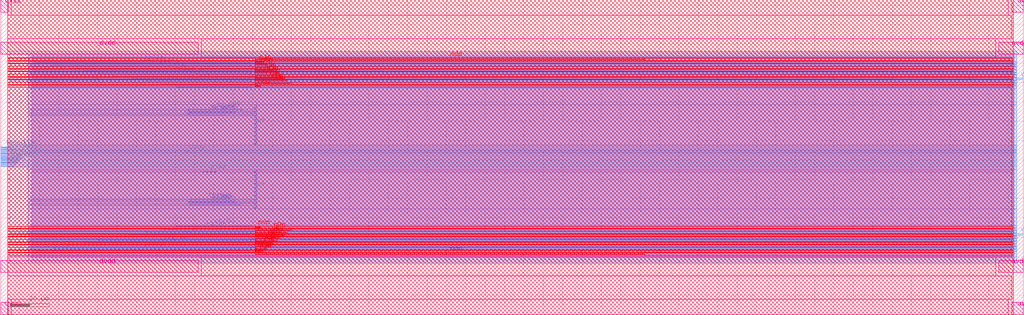
<source format=lef>
VERSION 5.7 ;
  NOWIREEXTENSIONATPIN ON ;
  DIVIDERCHAR "/" ;
  BUSBITCHARS "[]" ;
MACRO sar_10b
  CLASS BLOCK ;
  FOREIGN sar_10b ;
  ORIGIN 0.000 0.000 ;
  SIZE 527.820 BY 162.830 ;
  PIN comp
    PORT
      LAYER met2 ;
        RECT 96.555 84.215 96.775 84.615 ;
    END
  END comp
  PIN vn
    PORT
      LAYER met2 ;
        RECT 131.355 54.955 131.855 74.905 ;
    END
  END vn
  PIN vp
    PORT
      LAYER met2 ;
        RECT 131.355 87.925 131.855 108.395 ;
    END
  END vp
  PIN ctl1p
    PORT
      LAYER met2 ;
        RECT 19.200 129.960 129.020 130.360 ;
    END
  END ctl1p
  PIN ctl0p
    PORT
      LAYER met2 ;
        RECT 90.960 117.540 129.020 117.940 ;
    END
  END ctl0p
  PIN ctl9p
    PORT
      LAYER met2 ;
        RECT 83.140 118.920 129.020 119.320 ;
    END
  END ctl9p
  PIN ctl8p
    PORT
      LAYER met2 ;
        RECT 74.860 120.300 129.020 120.700 ;
    END
  END ctl8p
  PIN ctl7p
    PORT
      LAYER met2 ;
        RECT 67.040 121.680 129.020 122.080 ;
    END
  END ctl7p
  PIN ctl6p
    PORT
      LAYER met2 ;
        RECT 59.220 123.060 129.020 123.460 ;
    END
  END ctl6p
  PIN ctl5p
    PORT
      LAYER met2 ;
        RECT 50.940 124.440 129.020 124.840 ;
    END
  END ctl5p
  PIN ctl4p
    PORT
      LAYER met2 ;
        RECT 43.120 125.820 129.020 126.220 ;
    END
  END ctl4p
  PIN ctl3p
    PORT
      LAYER met2 ;
        RECT 34.840 127.200 129.020 127.600 ;
    END
  END ctl3p
  PIN ctl2p
    PORT
      LAYER met2 ;
        RECT 27.020 128.580 129.020 128.980 ;
    END
  END ctl2p
  PIN ctl0n
    PORT
      LAYER met2 ;
        RECT 90.960 45.410 129.020 45.810 ;
    END
  END ctl0n
  PIN ctl1n
    PORT
      LAYER met2 ;
        RECT 19.200 32.990 129.020 33.390 ;
    END
  END ctl1n
  PIN ctl2n
    PORT
      LAYER met2 ;
        RECT 27.020 34.370 129.020 34.770 ;
    END
  END ctl2n
  PIN ctl3n
    PORT
      LAYER met2 ;
        RECT 34.840 35.750 129.020 36.150 ;
    END
  END ctl3n
  PIN ctl4n
    PORT
      LAYER met2 ;
        RECT 43.120 37.130 129.020 37.530 ;
    END
  END ctl4n
  PIN ctl5n
    PORT
      LAYER met2 ;
        RECT 50.940 38.510 129.020 38.910 ;
    END
  END ctl5n
  PIN ctl6n
    PORT
      LAYER met2 ;
        RECT 59.220 39.890 129.020 40.290 ;
    END
  END ctl6n
  PIN ctl7n
    PORT
      LAYER met2 ;
        RECT 67.040 41.270 129.020 41.670 ;
    END
  END ctl7n
  PIN ctl8n
    PORT
      LAYER met2 ;
        RECT 74.860 42.650 129.020 43.050 ;
    END
  END ctl8n
  PIN ctl9n
    PORT
      LAYER met2 ;
        RECT 83.140 44.030 129.020 44.430 ;
    END
  END ctl9n
  PIN trimb3
    PORT
      LAYER met2 ;
        RECT 97.350 105.675 124.495 105.975 ;
    END
  END trimb3
  PIN trimb2
    PORT
      LAYER met2 ;
        RECT 96.650 105.075 121.770 105.375 ;
    END
  END trimb2
  PIN trimb0
    PORT
      LAYER met2 ;
        RECT 96.650 104.475 120.390 104.775 ;
    END
  END trimb0
  PIN trimb1
    PORT
      LAYER met2 ;
        RECT 97.350 103.875 118.880 104.175 ;
    END
  END trimb1
  PIN trimb4
    PORT
      LAYER met2 ;
        RECT 98.050 103.275 115.730 103.575 ;
    END
  END trimb4
  PIN trim4
    PORT
      LAYER met2 ;
        RECT 98.050 59.255 115.730 59.555 ;
    END
  END trim4
  PIN trim1
    PORT
      LAYER met2 ;
        RECT 97.350 58.655 118.880 58.955 ;
    END
  END trim1
  PIN trim0
    PORT
      LAYER met2 ;
        RECT 96.650 58.055 120.390 58.355 ;
    END
  END trim0
  PIN trim2
    PORT
      LAYER met2 ;
        RECT 96.650 57.455 121.770 57.755 ;
    END
  END trim2
  PIN trim3
    PORT
      LAYER met2 ;
        RECT 97.350 56.855 124.495 57.155 ;
    END
  END trim3
  PIN clkc
    PORT
      LAYER met1 ;
        RECT 104.395 73.715 111.900 74.015 ;
    END
  END clkc
  PIN n0n
    PORT
      LAYER met4 ;
        RECT 131.675 44.955 133.580 45.355 ;
    END
  END n0n
  PIN n9n
    PORT
      LAYER met4 ;
        RECT 131.675 43.575 149.420 43.975 ;
    END
  END n9n
  PIN n8n
    PORT
      LAYER met4 ;
        RECT 131.675 42.195 147.620 42.595 ;
    END
  END n8n
  PIN n7n
    PORT
      LAYER met4 ;
        RECT 131.675 40.815 145.820 41.215 ;
    END
  END n7n
  PIN n6n
    PORT
      LAYER met4 ;
        RECT 131.675 39.435 144.020 39.835 ;
    END
  END n6n
  PIN n5n
    PORT
      LAYER met4 ;
        RECT 131.675 38.055 142.220 38.455 ;
    END
  END n5n
  PIN n4n
    PORT
      LAYER met4 ;
        RECT 131.675 36.675 140.420 37.075 ;
    END
  END n4n
  PIN n3n
    PORT
      LAYER met4 ;
        RECT 131.675 35.295 138.620 35.695 ;
    END
  END n3n
  PIN n2n
    PORT
      LAYER met4 ;
        RECT 131.675 33.915 136.820 34.315 ;
    END
  END n2n
  PIN n1n
    PORT
      LAYER met4 ;
        RECT 131.675 32.535 135.020 32.935 ;
    END
  END n1n
  PIN ndn
    PORT
      LAYER met4 ;
        RECT 131.675 31.155 331.820 31.555 ;
    END
  END ndn
  PIN n0p
    PORT
      LAYER met4 ;
        RECT 131.675 117.995 133.580 118.395 ;
    END
  END n0p
  PIN n9p
    PORT
      LAYER met4 ;
        RECT 131.675 119.375 149.420 119.775 ;
    END
  END n9p
  PIN n8p
    PORT
      LAYER met4 ;
        RECT 131.675 120.755 147.620 121.155 ;
    END
  END n8p
  PIN n7p
    PORT
      LAYER met4 ;
        RECT 131.675 122.135 145.820 122.535 ;
    END
  END n7p
  PIN n6p
    PORT
      LAYER met4 ;
        RECT 131.675 123.515 144.020 123.915 ;
    END
  END n6p
  PIN n5p
    PORT
      LAYER met4 ;
        RECT 131.675 124.895 142.220 125.295 ;
    END
  END n5p
  PIN n4p
    PORT
      LAYER met4 ;
        RECT 131.675 126.275 140.420 126.675 ;
    END
  END n4p
  PIN n3p
    PORT
      LAYER met4 ;
        RECT 131.675 127.655 138.620 128.055 ;
    END
  END n3p
  PIN n2p
    PORT
      LAYER met4 ;
        RECT 131.675 129.035 136.820 129.435 ;
    END
  END n2p
  PIN n1p
    PORT
      LAYER met4 ;
        RECT 131.675 130.415 135.020 130.815 ;
    END
  END n1p
  PIN ndp
    PORT
      LAYER met4 ;
        RECT 131.675 131.795 331.820 132.195 ;
    END
  END ndp
  PIN result8
    PORT
      LAYER met3 ;
        RECT 0.000 85.765 5.735 86.065 ;
    END
  END result8
  PIN result9
    PORT
      LAYER met3 ;
        RECT 0.000 86.465 5.035 86.765 ;
    END
  END result9
  PIN result7
    PORT
      LAYER met3 ;
        RECT 0.000 85.065 6.435 85.365 ;
    END
  END result7
  PIN result6
    PORT
      LAYER met3 ;
        RECT 0.000 84.365 7.135 84.665 ;
    END
  END result6
  PIN result5
    PORT
      LAYER met3 ;
        RECT 0.000 83.665 7.835 83.965 ;
    END
  END result5
  PIN result4
    PORT
      LAYER met3 ;
        RECT 0.000 82.965 8.535 83.265 ;
    END
  END result4
  PIN rstn
    PORT
      LAYER met3 ;
        RECT 0.000 76.665 6.435 76.965 ;
    END
  END rstn
  PIN result3
    PORT
      LAYER met3 ;
        RECT 0.000 82.265 9.235 82.565 ;
    END
  END result3
  PIN result2
    PORT
      LAYER met3 ;
        RECT 0.000 81.565 9.935 81.865 ;
    END
  END result2
  PIN result1
    PORT
      LAYER met3 ;
        RECT 0.000 80.865 11.675 81.165 ;
    END
  END result1
  PIN result0
    PORT
      LAYER met3 ;
        RECT 0.000 80.165 10.635 80.465 ;
    END
  END result0
  PIN valid
    PORT
      LAYER met3 ;
        RECT 0.000 79.465 9.235 79.765 ;
    END
  END valid
  PIN cal
    PORT
      LAYER met3 ;
        RECT 0.000 78.765 8.535 79.065 ;
    END
  END cal
  PIN en
    PORT
      LAYER met3 ;
        RECT 0.000 78.065 7.835 78.365 ;
    END
  END en
  PIN clk
    PORT
      LAYER met3 ;
        RECT 0.000 77.365 7.135 77.665 ;
    END
  END clk
  PIN vinp
    PORT
      LAYER met3 ;
        RECT 524.330 121.475 527.820 122.275 ;
    END
  END vinp
  PIN vinn
    PORT
      LAYER met3 ;
        RECT 524.330 41.075 527.820 41.875 ;
    END
  END vinn
  PIN avdd
    DIRECTION INPUT ;
    USE POWER ;
    PORT
      LAYER met5 ;
        RECT 515.180 21.840 527.820 28.240 ;
    END
    PORT
      LAYER met5 ;
        RECT 515.180 134.590 527.820 140.990 ;
    END
  END avdd
  PIN avss
    DIRECTION INPUT ;
    USE GROUND ;
    PORT
      LAYER met5 ;
        RECT 521.670 0.000 527.820 6.400 ;
    END
    PORT
      LAYER met5 ;
        RECT 521.670 156.430 527.820 162.830 ;
    END
  END avss
  PIN dvdd
    DIRECTION INPUT ;
    USE POWER ;
    PORT
      LAYER met5 ;
        RECT 0.000 21.840 101.810 28.240 ;
    END
    PORT
      LAYER met5 ;
        RECT 0.000 134.590 101.810 140.990 ;
    END
  END dvdd
  PIN dvss
    DIRECTION INPUT ;
    USE GROUND ;
    PORT
      LAYER met5 ;
        RECT 0.000 0.000 3.890 6.400 ;
    END
    PORT
      LAYER met5 ;
        RECT 0.000 156.430 3.890 162.830 ;
    END
  END dvss
  OBS
      LAYER li1 ;
        RECT 15.890 29.740 522.105 133.610 ;
      LAYER met1 ;
        RECT 15.890 74.295 522.940 136.190 ;
        RECT 15.890 73.435 104.115 74.295 ;
        RECT 112.180 73.435 522.940 74.295 ;
        RECT 15.890 26.640 522.940 73.435 ;
      LAYER met2 ;
        RECT 14.220 130.640 524.390 136.190 ;
        RECT 14.220 129.680 18.920 130.640 ;
        RECT 129.300 129.680 524.390 130.640 ;
        RECT 14.220 129.260 524.390 129.680 ;
        RECT 14.220 128.300 26.740 129.260 ;
        RECT 129.300 128.300 524.390 129.260 ;
        RECT 14.220 127.880 524.390 128.300 ;
        RECT 14.220 126.920 34.560 127.880 ;
        RECT 129.300 126.920 524.390 127.880 ;
        RECT 14.220 126.500 524.390 126.920 ;
        RECT 14.220 125.540 42.840 126.500 ;
        RECT 129.300 125.540 524.390 126.500 ;
        RECT 14.220 125.120 524.390 125.540 ;
        RECT 14.220 124.160 50.660 125.120 ;
        RECT 129.300 124.160 524.390 125.120 ;
        RECT 14.220 123.740 524.390 124.160 ;
        RECT 14.220 122.780 58.940 123.740 ;
        RECT 129.300 122.780 524.390 123.740 ;
        RECT 14.220 122.360 524.390 122.780 ;
        RECT 14.220 121.400 66.760 122.360 ;
        RECT 129.300 121.400 524.390 122.360 ;
        RECT 14.220 120.980 524.390 121.400 ;
        RECT 14.220 120.020 74.580 120.980 ;
        RECT 129.300 120.020 524.390 120.980 ;
        RECT 14.220 119.600 524.390 120.020 ;
        RECT 14.220 118.640 82.860 119.600 ;
        RECT 129.300 118.640 524.390 119.600 ;
        RECT 14.220 118.220 524.390 118.640 ;
        RECT 14.220 117.260 90.680 118.220 ;
        RECT 129.300 117.260 524.390 118.220 ;
        RECT 14.220 108.675 524.390 117.260 ;
        RECT 14.220 106.255 131.075 108.675 ;
        RECT 14.220 105.655 97.070 106.255 ;
        RECT 14.220 104.195 96.370 105.655 ;
        RECT 124.775 105.395 131.075 106.255 ;
        RECT 122.050 104.795 131.075 105.395 ;
        RECT 120.670 104.195 131.075 104.795 ;
        RECT 14.220 103.595 97.070 104.195 ;
        RECT 119.160 103.595 131.075 104.195 ;
        RECT 14.220 102.995 97.770 103.595 ;
        RECT 116.010 102.995 131.075 103.595 ;
        RECT 14.220 87.645 131.075 102.995 ;
        RECT 132.135 87.645 524.390 108.675 ;
        RECT 14.220 84.895 524.390 87.645 ;
        RECT 14.220 83.935 96.275 84.895 ;
        RECT 97.055 83.935 524.390 84.895 ;
        RECT 14.220 75.185 524.390 83.935 ;
        RECT 14.220 59.835 131.075 75.185 ;
        RECT 14.220 59.235 97.770 59.835 ;
        RECT 116.010 59.235 131.075 59.835 ;
        RECT 14.220 58.635 97.070 59.235 ;
        RECT 119.160 58.635 131.075 59.235 ;
        RECT 14.220 57.175 96.370 58.635 ;
        RECT 120.670 58.035 131.075 58.635 ;
        RECT 122.050 57.435 131.075 58.035 ;
        RECT 14.220 56.575 97.070 57.175 ;
        RECT 124.775 56.575 131.075 57.435 ;
        RECT 14.220 54.675 131.075 56.575 ;
        RECT 132.135 54.675 524.390 75.185 ;
        RECT 14.220 46.090 524.390 54.675 ;
        RECT 14.220 45.130 90.680 46.090 ;
        RECT 129.300 45.130 524.390 46.090 ;
        RECT 14.220 44.710 524.390 45.130 ;
        RECT 14.220 43.750 82.860 44.710 ;
        RECT 129.300 43.750 524.390 44.710 ;
        RECT 14.220 43.330 524.390 43.750 ;
        RECT 14.220 42.370 74.580 43.330 ;
        RECT 129.300 42.370 524.390 43.330 ;
        RECT 14.220 41.950 524.390 42.370 ;
        RECT 14.220 40.990 66.760 41.950 ;
        RECT 129.300 40.990 524.390 41.950 ;
        RECT 14.220 40.570 524.390 40.990 ;
        RECT 14.220 39.610 58.940 40.570 ;
        RECT 129.300 39.610 524.390 40.570 ;
        RECT 14.220 39.190 524.390 39.610 ;
        RECT 14.220 38.230 50.660 39.190 ;
        RECT 129.300 38.230 524.390 39.190 ;
        RECT 14.220 37.810 524.390 38.230 ;
        RECT 14.220 36.850 42.840 37.810 ;
        RECT 129.300 36.850 524.390 37.810 ;
        RECT 14.220 36.430 524.390 36.850 ;
        RECT 14.220 35.470 34.560 36.430 ;
        RECT 129.300 35.470 524.390 36.430 ;
        RECT 14.220 35.050 524.390 35.470 ;
        RECT 14.220 34.090 26.740 35.050 ;
        RECT 129.300 34.090 524.390 35.050 ;
        RECT 14.220 33.670 524.390 34.090 ;
        RECT 14.220 32.710 18.920 33.670 ;
        RECT 129.300 32.710 524.390 33.670 ;
        RECT 14.220 26.640 524.390 32.710 ;
      LAYER met3 ;
        RECT 4.735 122.675 524.330 136.190 ;
        RECT 4.735 121.075 523.930 122.675 ;
        RECT 4.735 87.165 524.330 121.075 ;
        RECT 5.435 86.465 524.330 87.165 ;
        RECT 6.135 85.765 524.330 86.465 ;
        RECT 6.835 85.065 524.330 85.765 ;
        RECT 7.535 84.365 524.330 85.065 ;
        RECT 8.235 83.665 524.330 84.365 ;
        RECT 8.935 82.965 524.330 83.665 ;
        RECT 9.635 82.265 524.330 82.965 ;
        RECT 10.335 81.565 524.330 82.265 ;
        RECT 12.075 80.465 524.330 81.565 ;
        RECT 11.035 79.765 524.330 80.465 ;
        RECT 9.635 79.065 524.330 79.765 ;
        RECT 8.935 78.365 524.330 79.065 ;
        RECT 8.235 77.665 524.330 78.365 ;
        RECT 7.535 76.965 524.330 77.665 ;
        RECT 6.835 76.265 524.330 76.965 ;
        RECT 4.735 42.275 524.330 76.265 ;
        RECT 4.735 40.675 523.930 42.275 ;
        RECT 4.735 26.640 524.330 40.675 ;
      LAYER met4 ;
        RECT 3.680 132.595 522.450 162.830 ;
        RECT 3.680 131.395 131.275 132.595 ;
        RECT 332.220 131.395 522.450 132.595 ;
        RECT 3.680 131.215 522.450 131.395 ;
        RECT 3.680 130.015 131.275 131.215 ;
        RECT 135.420 130.015 522.450 131.215 ;
        RECT 3.680 129.835 522.450 130.015 ;
        RECT 3.680 128.635 131.275 129.835 ;
        RECT 137.220 128.635 522.450 129.835 ;
        RECT 3.680 128.455 522.450 128.635 ;
        RECT 3.680 127.255 131.275 128.455 ;
        RECT 139.020 127.255 522.450 128.455 ;
        RECT 3.680 127.075 522.450 127.255 ;
        RECT 3.680 125.875 131.275 127.075 ;
        RECT 140.820 125.875 522.450 127.075 ;
        RECT 3.680 125.695 522.450 125.875 ;
        RECT 3.680 124.495 131.275 125.695 ;
        RECT 142.620 124.495 522.450 125.695 ;
        RECT 3.680 124.315 522.450 124.495 ;
        RECT 3.680 123.115 131.275 124.315 ;
        RECT 144.420 123.115 522.450 124.315 ;
        RECT 3.680 122.935 522.450 123.115 ;
        RECT 3.680 121.735 131.275 122.935 ;
        RECT 146.220 121.735 522.450 122.935 ;
        RECT 3.680 121.555 522.450 121.735 ;
        RECT 3.680 120.355 131.275 121.555 ;
        RECT 148.020 120.355 522.450 121.555 ;
        RECT 3.680 120.175 522.450 120.355 ;
        RECT 3.680 118.975 131.275 120.175 ;
        RECT 149.820 118.975 522.450 120.175 ;
        RECT 3.680 118.795 522.450 118.975 ;
        RECT 3.680 117.595 131.275 118.795 ;
        RECT 133.980 117.595 522.450 118.795 ;
        RECT 3.680 45.755 522.450 117.595 ;
        RECT 3.680 44.555 131.275 45.755 ;
        RECT 133.980 44.555 522.450 45.755 ;
        RECT 3.680 44.375 522.450 44.555 ;
        RECT 3.680 43.175 131.275 44.375 ;
        RECT 149.820 43.175 522.450 44.375 ;
        RECT 3.680 42.995 522.450 43.175 ;
        RECT 3.680 41.795 131.275 42.995 ;
        RECT 148.020 41.795 522.450 42.995 ;
        RECT 3.680 41.615 522.450 41.795 ;
        RECT 3.680 40.415 131.275 41.615 ;
        RECT 146.220 40.415 522.450 41.615 ;
        RECT 3.680 40.235 522.450 40.415 ;
        RECT 3.680 39.035 131.275 40.235 ;
        RECT 144.420 39.035 522.450 40.235 ;
        RECT 3.680 38.855 522.450 39.035 ;
        RECT 3.680 37.655 131.275 38.855 ;
        RECT 142.620 37.655 522.450 38.855 ;
        RECT 3.680 37.475 522.450 37.655 ;
        RECT 3.680 36.275 131.275 37.475 ;
        RECT 140.820 36.275 522.450 37.475 ;
        RECT 3.680 36.095 522.450 36.275 ;
        RECT 3.680 34.895 131.275 36.095 ;
        RECT 139.020 34.895 522.450 36.095 ;
        RECT 3.680 34.715 522.450 34.895 ;
        RECT 3.680 33.515 131.275 34.715 ;
        RECT 137.220 33.515 522.450 34.715 ;
        RECT 3.680 33.335 522.450 33.515 ;
        RECT 3.680 32.135 131.275 33.335 ;
        RECT 135.420 32.135 522.450 33.335 ;
        RECT 3.680 31.955 522.450 32.135 ;
        RECT 3.680 30.755 131.275 31.955 ;
        RECT 332.220 30.755 522.450 31.955 ;
        RECT 3.680 0.000 522.450 30.755 ;
      LAYER met5 ;
        RECT 5.490 154.830 520.070 162.830 ;
        RECT 3.680 142.590 521.670 154.830 ;
        RECT 103.410 132.990 513.580 142.590 ;
        RECT 3.680 29.840 521.670 132.990 ;
        RECT 103.410 20.240 513.580 29.840 ;
        RECT 3.680 8.000 521.670 20.240 ;
        RECT 5.490 0.000 520.070 8.000 ;
  END
END sar_10b
END LIBRARY


</source>
